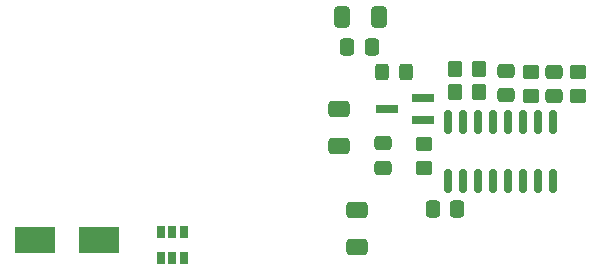
<source format=gbr>
%TF.GenerationSoftware,KiCad,Pcbnew,(6.0.0)*%
%TF.CreationDate,2022-01-14T12:25:06-05:00*%
%TF.ProjectId,ADC-board-HX711,4144432d-626f-4617-9264-2d4858373131,rev?*%
%TF.SameCoordinates,Original*%
%TF.FileFunction,Paste,Bot*%
%TF.FilePolarity,Positive*%
%FSLAX46Y46*%
G04 Gerber Fmt 4.6, Leading zero omitted, Abs format (unit mm)*
G04 Created by KiCad (PCBNEW (6.0.0)) date 2022-01-14 12:25:06*
%MOMM*%
%LPD*%
G01*
G04 APERTURE LIST*
G04 Aperture macros list*
%AMRoundRect*
0 Rectangle with rounded corners*
0 $1 Rounding radius*
0 $2 $3 $4 $5 $6 $7 $8 $9 X,Y pos of 4 corners*
0 Add a 4 corners polygon primitive as box body*
4,1,4,$2,$3,$4,$5,$6,$7,$8,$9,$2,$3,0*
0 Add four circle primitives for the rounded corners*
1,1,$1+$1,$2,$3*
1,1,$1+$1,$4,$5*
1,1,$1+$1,$6,$7*
1,1,$1+$1,$8,$9*
0 Add four rect primitives between the rounded corners*
20,1,$1+$1,$2,$3,$4,$5,0*
20,1,$1+$1,$4,$5,$6,$7,0*
20,1,$1+$1,$6,$7,$8,$9,0*
20,1,$1+$1,$8,$9,$2,$3,0*%
G04 Aperture macros list end*
%ADD10RoundRect,0.250000X0.650000X-0.412500X0.650000X0.412500X-0.650000X0.412500X-0.650000X-0.412500X0*%
%ADD11RoundRect,0.250000X0.412500X0.650000X-0.412500X0.650000X-0.412500X-0.650000X0.412500X-0.650000X0*%
%ADD12RoundRect,0.250000X0.475000X-0.337500X0.475000X0.337500X-0.475000X0.337500X-0.475000X-0.337500X0*%
%ADD13RoundRect,0.250000X0.337500X0.475000X-0.337500X0.475000X-0.337500X-0.475000X0.337500X-0.475000X0*%
%ADD14R,3.500000X2.300000*%
%ADD15R,0.650000X1.060000*%
%ADD16RoundRect,0.250000X0.350000X0.450000X-0.350000X0.450000X-0.350000X-0.450000X0.350000X-0.450000X0*%
%ADD17RoundRect,0.250000X0.450000X-0.350000X0.450000X0.350000X-0.450000X0.350000X-0.450000X-0.350000X0*%
%ADD18RoundRect,0.250000X-0.450000X0.350000X-0.450000X-0.350000X0.450000X-0.350000X0.450000X0.350000X0*%
%ADD19RoundRect,0.250000X-0.475000X0.337500X-0.475000X-0.337500X0.475000X-0.337500X0.475000X0.337500X0*%
%ADD20RoundRect,0.250000X-0.350000X-0.450000X0.350000X-0.450000X0.350000X0.450000X-0.350000X0.450000X0*%
%ADD21RoundRect,0.250000X0.325000X0.450000X-0.325000X0.450000X-0.325000X-0.450000X0.325000X-0.450000X0*%
%ADD22R,1.900000X0.800000*%
%ADD23RoundRect,0.150000X-0.150000X0.850000X-0.150000X-0.850000X0.150000X-0.850000X0.150000X0.850000X0*%
G04 APERTURE END LIST*
D10*
%TO.C,C7*%
X33800000Y-25262500D03*
X33800000Y-22137500D03*
%TD*%
D11*
%TO.C,C4*%
X35662500Y-5800000D03*
X32537500Y-5800000D03*
%TD*%
D10*
%TO.C,C3*%
X32300000Y-16662500D03*
X32300000Y-13537500D03*
%TD*%
D12*
%TO.C,C6*%
X50550000Y-12487500D03*
X50550000Y-10412500D03*
%TD*%
D13*
%TO.C,C1*%
X42327500Y-22020000D03*
X40252500Y-22020000D03*
%TD*%
D14*
%TO.C,D1*%
X6570000Y-24610000D03*
X11970000Y-24610000D03*
%TD*%
D13*
%TO.C,C2*%
X35087500Y-8300000D03*
X33012500Y-8300000D03*
%TD*%
D15*
%TO.C,U2*%
X17250000Y-24000000D03*
X18200000Y-24000000D03*
X19150000Y-24000000D03*
X19150000Y-26200000D03*
X18200000Y-26200000D03*
X17250000Y-26200000D03*
%TD*%
D16*
%TO.C,R3*%
X44150000Y-12150000D03*
X42150000Y-12150000D03*
%TD*%
D17*
%TO.C,R8*%
X39510000Y-18550000D03*
X39510000Y-16550000D03*
%TD*%
D18*
%TO.C,R5*%
X48550000Y-10450000D03*
X48550000Y-12450000D03*
%TD*%
D19*
%TO.C,C5*%
X46450000Y-10312500D03*
X46450000Y-12387500D03*
%TD*%
D12*
%TO.C,C8*%
X36040000Y-18537500D03*
X36040000Y-16462500D03*
%TD*%
D20*
%TO.C,R4*%
X42150000Y-10150000D03*
X44150000Y-10150000D03*
%TD*%
D18*
%TO.C,R6*%
X52550000Y-10450000D03*
X52550000Y-12450000D03*
%TD*%
D21*
%TO.C,L1*%
X38025000Y-10400000D03*
X35975000Y-10400000D03*
%TD*%
D22*
%TO.C,Q1*%
X39400000Y-12600000D03*
X39400000Y-14500000D03*
X36400000Y-13550000D03*
%TD*%
D23*
%TO.C,U1*%
X41505000Y-14650000D03*
X42775000Y-14650000D03*
X44045000Y-14650000D03*
X45315000Y-14650000D03*
X46585000Y-14650000D03*
X47855000Y-14650000D03*
X49125000Y-14650000D03*
X50395000Y-14650000D03*
X50395000Y-19650000D03*
X49125000Y-19650000D03*
X47855000Y-19650000D03*
X46585000Y-19650000D03*
X45315000Y-19650000D03*
X44045000Y-19650000D03*
X42775000Y-19650000D03*
X41505000Y-19650000D03*
%TD*%
M02*

</source>
